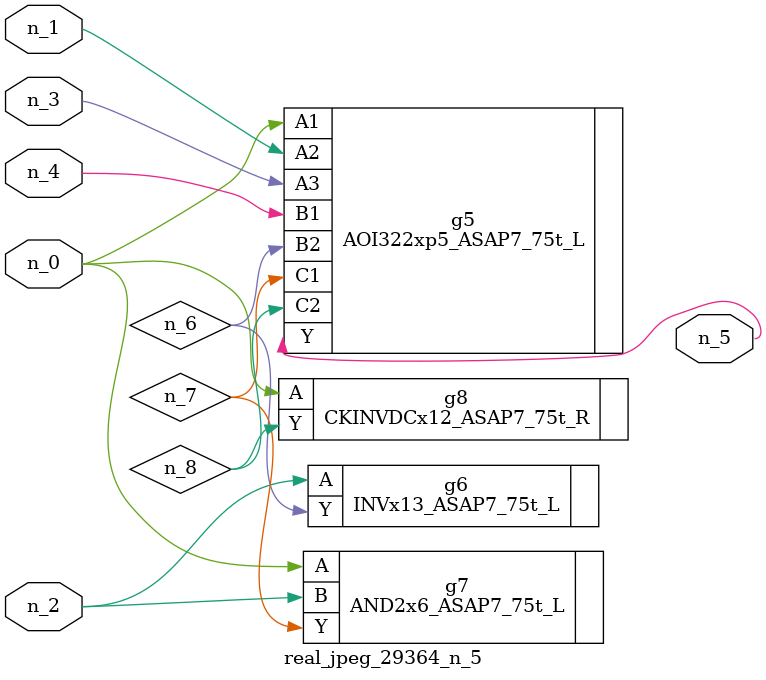
<source format=v>
module real_jpeg_29364_n_5 (n_4, n_0, n_1, n_2, n_3, n_5);

input n_4;
input n_0;
input n_1;
input n_2;
input n_3;

output n_5;

wire n_8;
wire n_6;
wire n_7;

AOI322xp5_ASAP7_75t_L g5 ( 
.A1(n_0),
.A2(n_1),
.A3(n_3),
.B1(n_4),
.B2(n_6),
.C1(n_7),
.C2(n_8),
.Y(n_5)
);

AND2x6_ASAP7_75t_L g7 ( 
.A(n_0),
.B(n_2),
.Y(n_7)
);

CKINVDCx12_ASAP7_75t_R g8 ( 
.A(n_0),
.Y(n_8)
);

INVx13_ASAP7_75t_L g6 ( 
.A(n_2),
.Y(n_6)
);


endmodule
</source>
